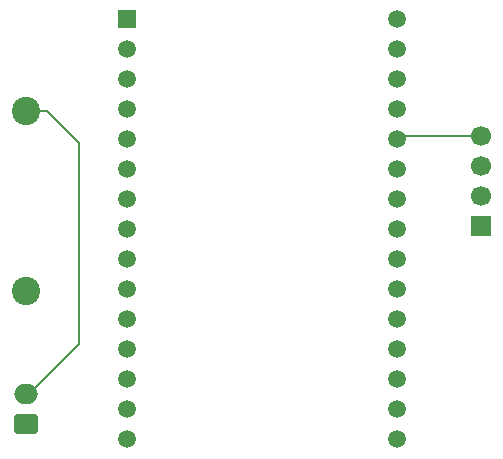
<source format=gbr>
%TF.GenerationSoftware,KiCad,Pcbnew,9.0.7*%
%TF.CreationDate,2026-01-15T22:57:21-07:00*%
%TF.ProjectId,TankMonitoor,54616e6b-4d6f-46e6-9974-6f6f722e6b69,rev?*%
%TF.SameCoordinates,Original*%
%TF.FileFunction,Copper,L2,Bot*%
%TF.FilePolarity,Positive*%
%FSLAX46Y46*%
G04 Gerber Fmt 4.6, Leading zero omitted, Abs format (unit mm)*
G04 Created by KiCad (PCBNEW 9.0.7) date 2026-01-15 22:57:21*
%MOMM*%
%LPD*%
G01*
G04 APERTURE LIST*
G04 Aperture macros list*
%AMRoundRect*
0 Rectangle with rounded corners*
0 $1 Rounding radius*
0 $2 $3 $4 $5 $6 $7 $8 $9 X,Y pos of 4 corners*
0 Add a 4 corners polygon primitive as box body*
4,1,4,$2,$3,$4,$5,$6,$7,$8,$9,$2,$3,0*
0 Add four circle primitives for the rounded corners*
1,1,$1+$1,$2,$3*
1,1,$1+$1,$4,$5*
1,1,$1+$1,$6,$7*
1,1,$1+$1,$8,$9*
0 Add four rect primitives between the rounded corners*
20,1,$1+$1,$2,$3,$4,$5,0*
20,1,$1+$1,$4,$5,$6,$7,0*
20,1,$1+$1,$6,$7,$8,$9,0*
20,1,$1+$1,$8,$9,$2,$3,0*%
G04 Aperture macros list end*
%TA.AperFunction,ComponentPad*%
%ADD10R,1.700000X1.700000*%
%TD*%
%TA.AperFunction,ComponentPad*%
%ADD11C,1.700000*%
%TD*%
%TA.AperFunction,ComponentPad*%
%ADD12C,2.400000*%
%TD*%
%TA.AperFunction,ComponentPad*%
%ADD13R,1.500000X1.500000*%
%TD*%
%TA.AperFunction,ComponentPad*%
%ADD14C,1.500000*%
%TD*%
%TA.AperFunction,ComponentPad*%
%ADD15RoundRect,0.250000X0.750000X-0.600000X0.750000X0.600000X-0.750000X0.600000X-0.750000X-0.600000X0*%
%TD*%
%TA.AperFunction,ComponentPad*%
%ADD16O,2.000000X1.700000*%
%TD*%
%TA.AperFunction,Conductor*%
%ADD17C,0.200000*%
%TD*%
G04 APERTURE END LIST*
D10*
%TO.P,REF\u002A\u002A,1*%
%TO.N,N/C*%
X127000000Y-68000000D03*
D11*
%TO.P,REF\u002A\u002A,2*%
X127000000Y-65460000D03*
%TO.P,REF\u002A\u002A,3*%
X127000000Y-62920000D03*
%TO.P,REF\u002A\u002A,4*%
X127000000Y-60380000D03*
%TD*%
D12*
%TO.P,REF\u002A\u002A,2*%
%TO.N,N/C*%
X88500000Y-58260000D03*
%TO.P,REF\u002A\u002A,1*%
X88500000Y-73500000D03*
%TD*%
D13*
%TO.P,REF\u002A\u002A,1*%
%TO.N,N/C*%
X97000000Y-50500000D03*
D14*
%TO.P,REF\u002A\u002A,2*%
X97000000Y-53040000D03*
%TO.P,REF\u002A\u002A,3*%
X97000000Y-55580000D03*
%TO.P,REF\u002A\u002A,4*%
X97000000Y-58120000D03*
%TO.P,REF\u002A\u002A,5*%
X97000000Y-60660000D03*
%TO.P,REF\u002A\u002A,6*%
X97000000Y-63200000D03*
%TO.P,REF\u002A\u002A,7*%
X97000000Y-65740000D03*
%TO.P,REF\u002A\u002A,8*%
X97000000Y-68280000D03*
%TO.P,REF\u002A\u002A,9*%
X97000000Y-70820000D03*
%TO.P,REF\u002A\u002A,10*%
X97000000Y-73360000D03*
%TO.P,REF\u002A\u002A,11*%
X97000000Y-75900000D03*
%TO.P,REF\u002A\u002A,12*%
X97000000Y-78440000D03*
%TO.P,REF\u002A\u002A,13*%
X97000000Y-80980000D03*
%TO.P,REF\u002A\u002A,14*%
X97000000Y-83520000D03*
%TO.P,REF\u002A\u002A,15*%
X97000000Y-86060000D03*
%TO.P,REF\u002A\u002A,16*%
X119860000Y-86060000D03*
%TO.P,REF\u002A\u002A,17*%
X119860000Y-83520000D03*
%TO.P,REF\u002A\u002A,18*%
X119860000Y-80980000D03*
%TO.P,REF\u002A\u002A,19*%
X119860000Y-78440000D03*
%TO.P,REF\u002A\u002A,20*%
X119860000Y-75900000D03*
%TO.P,REF\u002A\u002A,21*%
X119860000Y-73360000D03*
%TO.P,REF\u002A\u002A,22*%
X119860000Y-70820000D03*
%TO.P,REF\u002A\u002A,23*%
X119860000Y-68280000D03*
%TO.P,REF\u002A\u002A,24*%
X119860000Y-65740000D03*
%TO.P,REF\u002A\u002A,25*%
X119860000Y-63200000D03*
%TO.P,REF\u002A\u002A,26*%
X119860000Y-60660000D03*
%TO.P,REF\u002A\u002A,27*%
X119860000Y-58120000D03*
%TO.P,REF\u002A\u002A,28*%
X119860000Y-55580000D03*
%TO.P,REF\u002A\u002A,29*%
X119860000Y-53040000D03*
%TO.P,REF\u002A\u002A,30*%
X119860000Y-50500000D03*
%TD*%
D15*
%TO.P,REF\u002A\u002A,1*%
%TO.N,N/C*%
X88475000Y-84750000D03*
D16*
%TO.P,REF\u002A\u002A,2*%
X88475000Y-82250000D03*
%TD*%
D17*
%TO.N,*%
X90260000Y-58260000D02*
X88500000Y-58260000D01*
X93000000Y-78000000D02*
X93000000Y-61000000D01*
X88750000Y-82250000D02*
X93000000Y-78000000D01*
X93000000Y-61000000D02*
X90260000Y-58260000D01*
X88475000Y-82250000D02*
X88750000Y-82250000D01*
X120140000Y-60380000D02*
X119860000Y-60660000D01*
X127000000Y-60380000D02*
X120140000Y-60380000D01*
%TD*%
M02*

</source>
